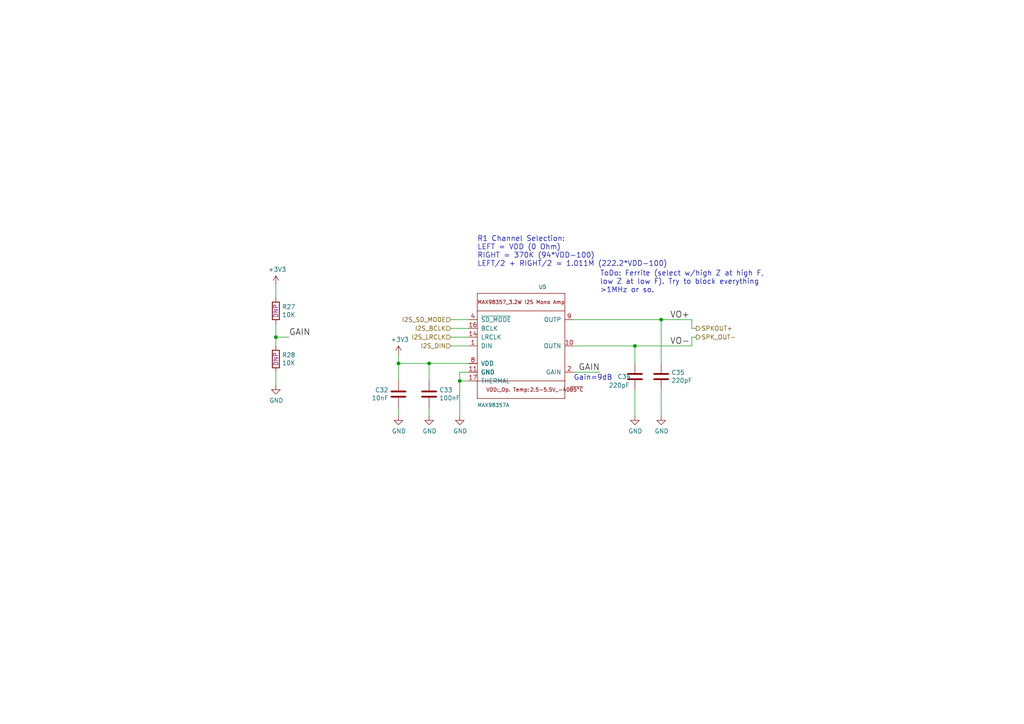
<source format=kicad_sch>
(kicad_sch (version 20211123) (generator eeschema)
  (paper "A4")
  (lib_symbols
    (symbol "Analog_DAC:AUDIOAMP_MAX98357" (pin_names (offset 1.016))
      (property "Reference" "U" (at -12.7 17.78 0))
      (property "Value" "Analog_DAC_AUDIOAMP_MAX98357" (at -12.7 -17.78 0))
      (symbol "AUDIOAMP_MAX98357_1_0"
        (polyline (pts (xy -12.7 -15.24) (xy 12.7 -15.24)))
        (polyline (pts (xy -12.7 -10.16) (xy -12.7 -15.24)))
        (polyline (pts (xy -12.7 -10.16) (xy -12.7 10.16)))
        (polyline (pts (xy -12.7 10.16) (xy -12.7 15.24)))
        (polyline (pts (xy -12.7 10.16) (xy 12.7 10.16)))
        (polyline (pts (xy -12.7 15.24) (xy 12.7 15.24)))
        (polyline (pts (xy 12.7 -15.24) (xy 12.7 -10.16)))
        (polyline (pts (xy 12.7 -10.16) (xy -12.7 -10.16)))
        (polyline (pts (xy 12.7 10.16) (xy 12.7 -10.16)))
        (polyline (pts (xy 12.7 15.24) (xy 12.7 10.16)))
        (text "2.5-5.5V_-40~{85°C}" (at 2.54 -12.7 0) (effects (font (size 1.0668 1.0668)) (justify left)))
        (text "MAX98357_3.2W I2S Mono Amp" (at 0 12.7 0) (effects (font (size 1.0668 1.0668))))
        (text "VDD:_Op. Temp:" (at -10.16 -12.7 0) (effects (font (size 1.0668 1.0668)) (justify left)))
        (pin bidirectional line (at -15.24 0 0) (length 2.54) (name "DIN") (number "1"))
        (pin output line (at 15.24 0 180) (length 2.54) (name "OUTN") (number "10"))
        (pin power_in line (at -15.24 -7.62 0) (length 2.54) (name "GND") (number "11"))
        (pin bidirectional line (at -15.24 2.54 0) (length 2.54) (name "LRCLK") (number "14"))
        (pin power_in line (at -15.24 -7.62 0) (length 2.54) (name "GND") (number "15"))
        (pin bidirectional line (at -15.24 5.08 0) (length 2.54) (name "BCLK") (number "16"))
        (pin bidirectional line (at 15.24 -7.62 180) (length 2.54) (name "GAIN") (number "2"))
        (pin power_in line (at -15.24 -7.62 0) (length 2.54) (name "GND") (number "3"))
        (pin bidirectional line (at -15.24 7.62 0) (length 2.54) (name "~{SD_MODE}") (number "4"))
        (pin power_in line (at -15.24 -5.08 0) (length 2.54) (name "VDD") (number "7"))
        (pin power_in line (at -15.24 -5.08 0) (length 2.54) (name "VDD") (number "8"))
        (pin output line (at 15.24 7.62 180) (length 2.54) (name "OUTP") (number "9"))
      )
      (symbol "AUDIOAMP_MAX98357_1_1"
        (pin power_in line (at -15.24 -10.16 0) (length 2.54) (name "THERMAL") (number "17"))
      )
    )
    (symbol "Device:C" (pin_numbers hide) (pin_names (offset 0.254))
      (property "Reference" "C" (at 0.635 2.54 0))
      (property "Value" "C" (at 0.635 -2.54 0))
      (symbol "C_0_1"
        (polyline (pts (xy -2.032 -0.762) (xy 2.032 -0.762)) (stroke (width 0.508)))
        (polyline (pts (xy -2.032 0.762) (xy 2.032 0.762)) (stroke (width 0.508)))
      )
      (symbol "C_1_1"
        (pin passive line (at 0 3.81 270) (length 2.794) (name "~") (number "1"))
        (pin passive line (at 0 -3.81 90) (length 2.794) (name "~") (number "2"))
      )
    )
    (symbol "Device:R" (pin_numbers hide) (pin_names (offset 0))
      (property "Reference" "R" (at 2.032 0 90))
      (property "Value" "R" (at 0 0 90))
      (symbol "R_0_1"
        (rectangle (start -1.016 -2.54) (end 1.016 2.54) (stroke (width 0.254)))
      )
      (symbol "R_1_1"
        (pin passive line (at 0 3.81 270) (length 1.27) (name "~") (number "1"))
        (pin passive line (at 0 -3.81 90) (length 1.27) (name "~") (number "2"))
      )
    )
    (symbol "power:+3V3" (power) (pin_names (offset 0))
      (property "Value" "+3V3" (at 0 3.556 0))
      (symbol "+3V3_0_1"
        (polyline (pts (xy -0.762 1.27) (xy 0 2.54)))
        (polyline (pts (xy 0 0) (xy 0 2.54)))
        (polyline (pts (xy 0 2.54) (xy 0.762 1.27)))
      )
      (symbol "+3V3_1_1"
        (pin power_in line (at 0 0 90) (length 0) hide (name "+3V3") (number "1"))
      )
    )
    (symbol "power:GND" (power) (pin_names (offset 0))
      (property "Value" "GND" (at 0 -3.81 0))
      (symbol "GND_0_1"
        (polyline (pts (xy 0 0) (xy 0 -1.27) (xy 1.27 -1.27) (xy 0 -2.54) (xy -1.27 -1.27) (xy 0 -1.27)))
      )
      (symbol "GND_1_1"
        (pin power_in line (at 0 0 270) (length 0) hide (name "GND") (number "1"))
      )
    )
  )
  (junction (at 80.01 97.79))
  (junction (at 115.57 105.41))
  (junction (at 124.46 105.41))
  (junction (at 184.15 100.33))
  (junction (at 191.77 92.71))
  (junction (at 133.35 110.49))
  (wire (pts (xy 191.77 120.65) (xy 191.77 113.03)))
  (wire (pts (xy 130.81 95.25) (xy 135.89 95.25)))
  (wire (pts (xy 135.89 97.79) (xy 130.81 97.79)))
  (wire (pts (xy 191.77 92.71) (xy 200.66 92.71)))
  (wire (pts (xy 201.93 97.79) (xy 200.66 97.79)))
  (wire (pts (xy 80.01 111.76) (xy 80.01 107.95)))
  (wire (pts (xy 124.46 105.41) (xy 135.89 105.41)))
  (wire (pts (xy 80.01 97.79) (xy 80.01 100.33)))
  (wire (pts (xy 184.15 100.33) (xy 200.66 100.33)))
  (wire (pts (xy 115.57 120.65) (xy 115.57 118.11)))
  (wire (pts (xy 133.35 107.95) (xy 133.35 110.49)))
  (wire (pts (xy 184.15 120.65) (xy 184.15 113.03)))
  (wire (pts (xy 130.81 92.71) (xy 135.89 92.71)))
  (wire (pts (xy 115.57 105.41) (xy 124.46 105.41)))
  (wire (pts (xy 200.66 92.71) (xy 200.66 95.25)))
  (wire (pts (xy 191.77 92.71) (xy 191.77 105.41)))
  (wire (pts (xy 184.15 100.33) (xy 184.15 105.41)))
  (wire (pts (xy 135.89 107.95) (xy 133.35 107.95)))
  (wire (pts (xy 200.66 95.25) (xy 201.93 95.25)))
  (wire (pts (xy 200.66 97.79) (xy 200.66 100.33)))
  (wire (pts (xy 83.82 97.79) (xy 80.01 97.79)))
  (wire (pts (xy 115.57 105.41) (xy 115.57 102.87)))
  (wire (pts (xy 80.01 82.55) (xy 80.01 86.36)))
  (wire (pts (xy 133.35 110.49) (xy 133.35 120.65)))
  (wire (pts (xy 124.46 120.65) (xy 124.46 118.11)))
  (wire (pts (xy 166.37 92.71) (xy 191.77 92.71)))
  (wire (pts (xy 130.81 100.33) (xy 135.89 100.33)))
  (wire (pts (xy 135.89 110.49) (xy 133.35 110.49)))
  (wire (pts (xy 124.46 110.49) (xy 124.46 105.41)))
  (wire (pts (xy 80.01 93.98) (xy 80.01 97.79)))
  (wire (pts (xy 166.37 107.95) (xy 173.99 107.95)))
  (wire (pts (xy 115.57 110.49) (xy 115.57 105.41)))
  (wire (pts (xy 166.37 100.33) (xy 184.15 100.33)))
  (text "Gain=9dB" (at 166.37 110.49 0) (effects (font (size 1.4986 1.4986)) (justify left bottom)))
  (text "R1 Channel Selection:\nLEFT = VDD (0 Ohm)\nRIGHT = 370K (94*VDD-100)\nLEFT/2 + RIGHT/2 = 1.011M (222.2*VDD-100)" (at 138.43 77.47 0) (effects (font (size 1.4986 1.4986)) (justify left bottom)))
  (text "ToDo: Ferrite (select w/high Z at high F,\nlow Z at low F). Try to block everything\n>1MHz or so." (at 173.99 85.09 0) (effects (font (size 1.4986 1.4986)) (justify left bottom)))
  (label "GAIN" (at 83.82 97.79 0) (effects (font (size 1.778 1.778))))
  (label "VO+" (at 194.31 92.71 0) (effects (font (size 1.778 1.778))))
  (label "VO-" (at 194.31 100.33 0) (effects (font (size 1.778 1.778))))
  (label "GAIN" (at 173.99 107.95 180) (effects (font (size 1.778 1.778))))
  (hierarchical_label "I2S_BCLK" (shape input) (at 130.81 95.25 180))
  (hierarchical_label "SPK_OUT-" (shape output) (at 201.93 97.79 0))
  (hierarchical_label "I2S_LRCLK" (shape input) (at 130.81 97.79 180))
  (hierarchical_label "I2S_DIN" (shape input) (at 130.81 100.33 180))
  (hierarchical_label "SPKOUT+" (shape output) (at 201.93 95.25 0))
  (hierarchical_label "I2S_SD_MODE" (shape input) (at 130.81 92.71 180))
  (symbol (lib_id "Analog_DAC:AUDIOAMP_MAX98357") (at 151.13 100.33 0) (unit 1)
    (property "Reference" "U5" (at 156.21 83.82 0) (effects (font (size 1.0668 1.0668)) (justify left bottom)))
    (property "Value" "MAX98357A" (at 138.43 118.11 0) (effects (font (size 1.0668 1.0668)) (justify left bottom)))
    (property "Footprint" "Package_DFN_QFN:QFN-16-1EP_3x3mm_P0.5mm_EP1.7x1.7mm_ThermalVias" (effects hide))
    (property "MPN" "MAX98357AETE+T" (effects hide))
    (property "Manufacturer" "Maxim IC" (effects hide))
    (property "ordercode" "2949165" (effects hide))
    (property "supplier" "farnell" (effects hide))
  )
  (symbol (lib_id "Device:R") (at 80.01 90.17 0) (unit 1)
    (property "Reference" "R27" (at 81.788 89.0016 0) (effects (justify left)))
    (property "Value" "10K" (at 81.788 91.313 0) (effects (justify left)))
    (property "Footprint" "Resistor_SMD:R_0402_1005Metric" (effects hide))
    (property "StockRef" "R10K_0402" (effects hide))
    (property "ordercode" "2447096" (effects hide))
    (property "supplier" "farnell" (effects hide))
    (property "DNP" "DNP" (at 80.01 90.17 90))
  )
  (symbol (lib_id "Device:R") (at 80.01 104.14 0) (unit 1)
    (property "Reference" "R28" (at 81.788 102.9716 0) (effects (justify left)))
    (property "Value" "10K" (at 81.788 105.283 0) (effects (justify left)))
    (property "Footprint" "Resistor_SMD:R_0402_1005Metric" (effects hide))
    (property "StockRef" "R10K_0402" (effects hide))
    (property "ordercode" "2447096" (effects hide))
    (property "supplier" "farnell" (effects hide))
    (property "DNP" "DNP" (at 80.01 104.14 90))
  )
  (symbol (lib_id "power:+3V3") (at 80.01 82.55 0) (unit 1)
    (property "Reference" "#PWR0149" (effects hide))
    (property "Value" "+3V3" (at 80.391 78.1558 0))
  )
  (symbol (lib_id "power:GND") (at 80.01 111.76 0) (unit 1)
    (property "Reference" "#PWR0150" (effects hide))
    (property "Value" "GND" (at 80.137 116.1542 0))
  )
  (symbol (lib_id "Device:C") (at 115.57 114.3 0) (mirror x) (unit 1)
    (property "Reference" "C32" (at 112.6744 113.1316 0) (effects (justify right)))
    (property "Value" "10nF" (at 112.6744 115.443 0) (effects (justify right)))
    (property "Footprint" "Capacitor_SMD:C_0402_1005Metric" (effects hide))
    (property "ordercode" "3013347" (effects hide))
    (property "supplier" "farnell" (effects hide))
  )
  (symbol (lib_id "Device:C") (at 124.46 114.3 0) (unit 1)
    (property "Reference" "C33" (at 127.381 113.1316 0) (effects (justify left)))
    (property "Value" "100nF" (at 127.381 115.443 0) (effects (justify left)))
    (property "Footprint" "Capacitor_SMD:C_0402_1005Metric" (effects hide))
    (property "ordercode" "2524678" (effects hide))
    (property "supplier" "farnell" (effects hide))
  )
  (symbol (lib_id "power:GND") (at 115.57 120.65 0) (unit 1)
    (property "Reference" "#PWR0151" (effects hide))
    (property "Value" "GND" (at 115.697 125.0442 0))
  )
  (symbol (lib_id "power:GND") (at 124.46 120.65 0) (unit 1)
    (property "Reference" "#PWR0152" (effects hide))
    (property "Value" "GND" (at 124.587 125.0442 0))
  )
  (symbol (lib_id "power:GND") (at 133.35 120.65 0) (unit 1)
    (property "Reference" "#PWR0153" (effects hide))
    (property "Value" "GND" (at 133.477 125.0442 0))
  )
  (symbol (lib_id "power:+3V3") (at 115.57 102.87 0) (unit 1)
    (property "Reference" "#PWR0154" (effects hide))
    (property "Value" "+3V3" (at 115.951 98.4758 0))
  )
  (symbol (lib_id "Device:C") (at 184.15 109.22 0) (unit 1)
    (property "Reference" "C34" (at 179.07 109.22 0) (effects (justify left)))
    (property "Value" "220pF" (at 176.53 111.76 0) (effects (justify left)))
    (property "Footprint" "Capacitor_SMD:C_0402_1005Metric" (effects hide))
    (property "ordercode" "2812289" (effects hide))
    (property "supplier" "farnell" (effects hide))
  )
  (symbol (lib_id "Device:C") (at 191.77 109.22 0) (unit 1)
    (property "Reference" "C35" (at 194.691 108.0516 0) (effects (justify left)))
    (property "Value" "220pF" (at 194.691 110.363 0) (effects (justify left)))
    (property "Footprint" "Capacitor_SMD:C_0402_1005Metric" (effects hide))
    (property "ordercode" "2812289" (effects hide))
    (property "supplier" "farnell" (effects hide))
  )
  (symbol (lib_id "power:GND") (at 184.15 120.65 0) (unit 1)
    (property "Reference" "#PWR0156" (effects hide))
    (property "Value" "GND" (at 184.277 125.0442 0))
  )
  (symbol (lib_id "power:GND") (at 191.77 120.65 0) (unit 1)
    (property "Reference" "#PWR0157" (effects hide))
    (property "Value" "GND" (at 191.897 125.0442 0))
  )
)
</source>
